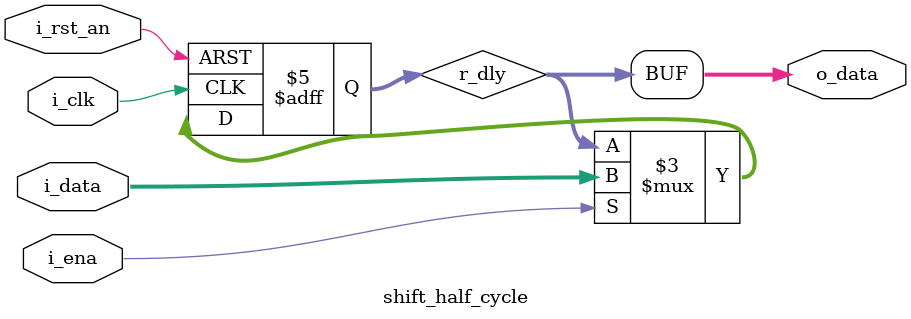
<source format=v>
module shift_half_cycle #(
  parameter gp_data_width = 8
) (
  input  wire                     i_rst_an,  // Asynchronous active low reset
  input  wire                     i_ena,     // Synchronous active high enable
  input  wire                     i_clk,     // Rising-edge clock
  input  wire [gp_data_width-1:0] i_data,    // Input data with gp_idata_width bits MSB:LSB, signed
  output wire [gp_data_width-1:0] o_data     // Unsigned data with gp_decimation_factor x gp_idata_width width MSB:LSB 
);
// -------------------------------------------------------------------
reg [gp_data_width-1:0] r_dly;
// -------------------------------------------------------------------

  always @(negedge i_clk or negedge i_rst_an)
    begin
      if (!i_rst_an)
        r_dly <= 'd0;
      else if (i_ena)
        r_dly <= i_data;
    end
    
  assign o_data = r_dly;
      
endmodule

</source>
